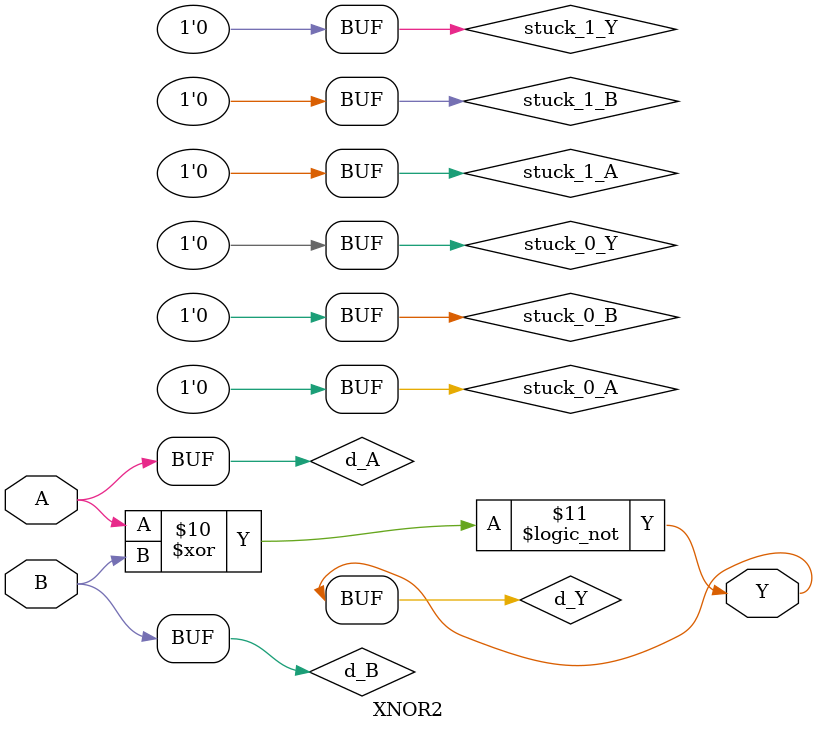
<source format=v>
module XNOR2 (input A, output Y, input B);
`ifdef REGISTER
initial begin
   $display("register  %m.stuck_0_A input");
   $display("register  %m.stuck_1_A input");
   $display("register  %m.stuck_0_Y output");
   $display("register  %m.stuck_1_Y output");
   $display("register  %m.stuck_0_B input");
   $display("register  %m.stuck_1_B input");
end
`endif
reg stuck_0_A; initial stuck_0_A=0;
reg stuck_1_A; initial stuck_1_A=0;
wire d_A = stuck_1_A ? 1 : stuck_0_A ? 0 : A;
reg stuck_0_Y; initial stuck_0_Y=0;
reg stuck_1_Y; initial stuck_1_Y=0;
wire d_Y;
assign Y = stuck_1_Y ? 1 : stuck_0_Y ? 0 : d_Y;
reg stuck_0_B; initial stuck_0_B=0;
reg stuck_1_B; initial stuck_1_B=0;
wire d_B = stuck_1_B ? 1 : stuck_0_B ? 0 : B;
assign d_Y = ! ( d_A ^ d_B );
endmodule

</source>
